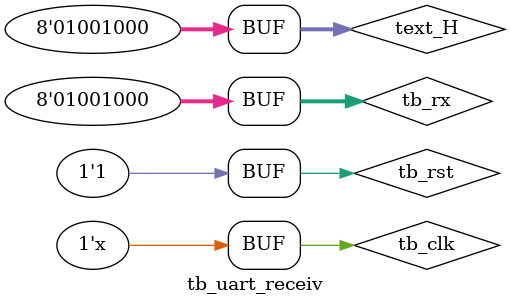
<source format=sv>

`timescale 1ns / 1ps

module tb_uart_receiv();

    logic         tb_clk;
    logic         tb_rst;
    logic   [7:0] tb_rx;
    
    wire    [7:0] data_buffer; // ¼ö½ÅµÈ ¹®ÀÚ¿­ µ¥ÀÌÅÍ ¹öÆÛ
    
    logic   [7:0] text_H = "H";
        
    always begin 
        #50000
        tb_clk = ~tb_clk;
    end     

    uart_receiv DUT
    (
        .clk(tb_clk), // 10khz (ÁÖ±â : 0.1ms)  0.05ms ¸¶´Ù ¹ÝÀü 
        .rst(tb_rst),
        .rx(tb_rx),
        
        .data_buffer(data_buffer)
    ); 
    
    // text trans
    initial begin
        tb_rx = 0;
        #10000
        tb_rx = text_H;
    end 
    
    // signal 
    initial begin
        tb_clk = 0; 
        tb_rst = 1;
        #10000
        tb_rst = 0; 
        #10000
        tb_rst = 1;
    end
   
endmodule



//`timescale 1ns / 1ps

//module tb_uart_receiv();

//    logic         tb_clk;
//    logic         tb_rst;
//    logic         tb_rx;
//    logic   [2:0] tb_cnt;
    
//    wire    [7:0] data_buffer; // ¼ö½ÅµÈ ¹®ÀÚ¿­ µ¥ÀÌÅÍ ¹öÆÛ
    
//    logic   [7:0] text_H = "H";
        
//    always begin 
//        #50000
//        tb_clk = ~tb_clk;
//    end     

//    uart_receiv DUT
//    (
//        .clk(tb_clk), // 10khz (ÁÖ±â : 0.1ms)  0.05ms ¸¶´Ù ¹ÝÀü 
//        .rst(tb_rst),
//        .rx(tb_rx),
        
//        .data_buffer(data_buffer)
//    ); 
    

  
 
//    // text trans
//    initial begin
//        tb_rx = 0;
//        #5000
//        case (tb_cnt) 
//            0 : tb_rx = text_H[tb_cnt];
//            1 : tb_rx = text_H[tb_cnt];
//            2 : tb_rx = text_H[tb_cnt];
//            3 : tb_rx = text_H[tb_cnt];
//            4 : tb_rx = text_H[tb_cnt];
//            5 : tb_rx = text_H[tb_cnt];
//            6 : tb_rx = text_H[tb_cnt];
//            7 : tb_rx = text_H[tb_cnt];
//        endcase
//        //tb_rx = text_H;
//    end 
    
//    // signal 
//    initial begin
//        tb_clk = 0; 
//        tb_rst = 1;
//        #10000
//        tb_rst = 0; 
//        #10000
//        tb_rst = 1;
//        //tb_en = 1;
//    end
   
//endmodule

</source>
